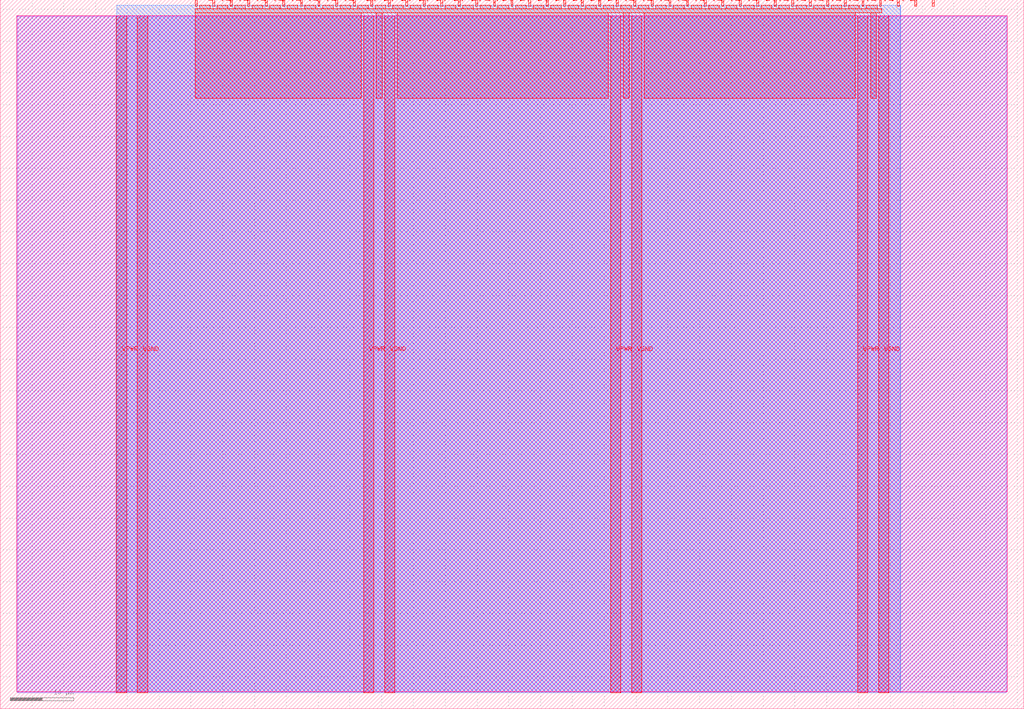
<source format=lef>
VERSION 5.7 ;
  NOWIREEXTENSIONATPIN ON ;
  DIVIDERCHAR "/" ;
  BUSBITCHARS "[]" ;
MACRO tt_um_wokwi_413923202390383617
  CLASS BLOCK ;
  FOREIGN tt_um_wokwi_413923202390383617 ;
  ORIGIN 0.000 0.000 ;
  SIZE 161.000 BY 111.520 ;
  PIN VGND
    DIRECTION INOUT ;
    USE GROUND ;
    PORT
      LAYER met4 ;
        RECT 21.580 2.480 23.180 109.040 ;
    END
    PORT
      LAYER met4 ;
        RECT 60.450 2.480 62.050 109.040 ;
    END
    PORT
      LAYER met4 ;
        RECT 99.320 2.480 100.920 109.040 ;
    END
    PORT
      LAYER met4 ;
        RECT 138.190 2.480 139.790 109.040 ;
    END
  END VGND
  PIN VPWR
    DIRECTION INOUT ;
    USE POWER ;
    PORT
      LAYER met4 ;
        RECT 18.280 2.480 19.880 109.040 ;
    END
    PORT
      LAYER met4 ;
        RECT 57.150 2.480 58.750 109.040 ;
    END
    PORT
      LAYER met4 ;
        RECT 96.020 2.480 97.620 109.040 ;
    END
    PORT
      LAYER met4 ;
        RECT 134.890 2.480 136.490 109.040 ;
    END
  END VPWR
  PIN clk
    DIRECTION INPUT ;
    USE SIGNAL ;
    PORT
      LAYER met4 ;
        RECT 143.830 110.520 144.130 111.520 ;
    END
  END clk
  PIN ena
    DIRECTION INPUT ;
    USE SIGNAL ;
    PORT
      LAYER met4 ;
        RECT 146.590 110.520 146.890 111.520 ;
    END
  END ena
  PIN rst_n
    DIRECTION INPUT ;
    USE SIGNAL ;
    PORT
      LAYER met4 ;
        RECT 141.070 110.520 141.370 111.520 ;
    END
  END rst_n
  PIN ui_in[0]
    DIRECTION INPUT ;
    USE SIGNAL ;
    ANTENNAGATEAREA 0.196500 ;
    PORT
      LAYER met4 ;
        RECT 138.310 110.520 138.610 111.520 ;
    END
  END ui_in[0]
  PIN ui_in[1]
    DIRECTION INPUT ;
    USE SIGNAL ;
    ANTENNAGATEAREA 0.196500 ;
    PORT
      LAYER met4 ;
        RECT 135.550 110.520 135.850 111.520 ;
    END
  END ui_in[1]
  PIN ui_in[2]
    DIRECTION INPUT ;
    USE SIGNAL ;
    ANTENNAGATEAREA 0.196500 ;
    PORT
      LAYER met4 ;
        RECT 132.790 110.520 133.090 111.520 ;
    END
  END ui_in[2]
  PIN ui_in[3]
    DIRECTION INPUT ;
    USE SIGNAL ;
    ANTENNAGATEAREA 0.196500 ;
    PORT
      LAYER met4 ;
        RECT 130.030 110.520 130.330 111.520 ;
    END
  END ui_in[3]
  PIN ui_in[4]
    DIRECTION INPUT ;
    USE SIGNAL ;
    ANTENNAGATEAREA 0.196500 ;
    PORT
      LAYER met4 ;
        RECT 127.270 110.520 127.570 111.520 ;
    END
  END ui_in[4]
  PIN ui_in[5]
    DIRECTION INPUT ;
    USE SIGNAL ;
    ANTENNAGATEAREA 0.196500 ;
    PORT
      LAYER met4 ;
        RECT 124.510 110.520 124.810 111.520 ;
    END
  END ui_in[5]
  PIN ui_in[6]
    DIRECTION INPUT ;
    USE SIGNAL ;
    ANTENNAGATEAREA 0.196500 ;
    PORT
      LAYER met4 ;
        RECT 121.750 110.520 122.050 111.520 ;
    END
  END ui_in[6]
  PIN ui_in[7]
    DIRECTION INPUT ;
    USE SIGNAL ;
    ANTENNAGATEAREA 0.196500 ;
    PORT
      LAYER met4 ;
        RECT 118.990 110.520 119.290 111.520 ;
    END
  END ui_in[7]
  PIN uio_in[0]
    DIRECTION INPUT ;
    USE SIGNAL ;
    PORT
      LAYER met4 ;
        RECT 116.230 110.520 116.530 111.520 ;
    END
  END uio_in[0]
  PIN uio_in[1]
    DIRECTION INPUT ;
    USE SIGNAL ;
    PORT
      LAYER met4 ;
        RECT 113.470 110.520 113.770 111.520 ;
    END
  END uio_in[1]
  PIN uio_in[2]
    DIRECTION INPUT ;
    USE SIGNAL ;
    PORT
      LAYER met4 ;
        RECT 110.710 110.520 111.010 111.520 ;
    END
  END uio_in[2]
  PIN uio_in[3]
    DIRECTION INPUT ;
    USE SIGNAL ;
    PORT
      LAYER met4 ;
        RECT 107.950 110.520 108.250 111.520 ;
    END
  END uio_in[3]
  PIN uio_in[4]
    DIRECTION INPUT ;
    USE SIGNAL ;
    PORT
      LAYER met4 ;
        RECT 105.190 110.520 105.490 111.520 ;
    END
  END uio_in[4]
  PIN uio_in[5]
    DIRECTION INPUT ;
    USE SIGNAL ;
    PORT
      LAYER met4 ;
        RECT 102.430 110.520 102.730 111.520 ;
    END
  END uio_in[5]
  PIN uio_in[6]
    DIRECTION INPUT ;
    USE SIGNAL ;
    PORT
      LAYER met4 ;
        RECT 99.670 110.520 99.970 111.520 ;
    END
  END uio_in[6]
  PIN uio_in[7]
    DIRECTION INPUT ;
    USE SIGNAL ;
    PORT
      LAYER met4 ;
        RECT 96.910 110.520 97.210 111.520 ;
    END
  END uio_in[7]
  PIN uio_oe[0]
    DIRECTION OUTPUT ;
    USE SIGNAL ;
    PORT
      LAYER met4 ;
        RECT 49.990 110.520 50.290 111.520 ;
    END
  END uio_oe[0]
  PIN uio_oe[1]
    DIRECTION OUTPUT ;
    USE SIGNAL ;
    PORT
      LAYER met4 ;
        RECT 47.230 110.520 47.530 111.520 ;
    END
  END uio_oe[1]
  PIN uio_oe[2]
    DIRECTION OUTPUT ;
    USE SIGNAL ;
    PORT
      LAYER met4 ;
        RECT 44.470 110.520 44.770 111.520 ;
    END
  END uio_oe[2]
  PIN uio_oe[3]
    DIRECTION OUTPUT ;
    USE SIGNAL ;
    PORT
      LAYER met4 ;
        RECT 41.710 110.520 42.010 111.520 ;
    END
  END uio_oe[3]
  PIN uio_oe[4]
    DIRECTION OUTPUT ;
    USE SIGNAL ;
    PORT
      LAYER met4 ;
        RECT 38.950 110.520 39.250 111.520 ;
    END
  END uio_oe[4]
  PIN uio_oe[5]
    DIRECTION OUTPUT ;
    USE SIGNAL ;
    PORT
      LAYER met4 ;
        RECT 36.190 110.520 36.490 111.520 ;
    END
  END uio_oe[5]
  PIN uio_oe[6]
    DIRECTION OUTPUT ;
    USE SIGNAL ;
    PORT
      LAYER met4 ;
        RECT 33.430 110.520 33.730 111.520 ;
    END
  END uio_oe[6]
  PIN uio_oe[7]
    DIRECTION OUTPUT ;
    USE SIGNAL ;
    PORT
      LAYER met4 ;
        RECT 30.670 110.520 30.970 111.520 ;
    END
  END uio_oe[7]
  PIN uio_out[0]
    DIRECTION OUTPUT ;
    USE SIGNAL ;
    PORT
      LAYER met4 ;
        RECT 72.070 110.520 72.370 111.520 ;
    END
  END uio_out[0]
  PIN uio_out[1]
    DIRECTION OUTPUT ;
    USE SIGNAL ;
    PORT
      LAYER met4 ;
        RECT 69.310 110.520 69.610 111.520 ;
    END
  END uio_out[1]
  PIN uio_out[2]
    DIRECTION OUTPUT ;
    USE SIGNAL ;
    PORT
      LAYER met4 ;
        RECT 66.550 110.520 66.850 111.520 ;
    END
  END uio_out[2]
  PIN uio_out[3]
    DIRECTION OUTPUT ;
    USE SIGNAL ;
    PORT
      LAYER met4 ;
        RECT 63.790 110.520 64.090 111.520 ;
    END
  END uio_out[3]
  PIN uio_out[4]
    DIRECTION OUTPUT ;
    USE SIGNAL ;
    PORT
      LAYER met4 ;
        RECT 61.030 110.520 61.330 111.520 ;
    END
  END uio_out[4]
  PIN uio_out[5]
    DIRECTION OUTPUT ;
    USE SIGNAL ;
    PORT
      LAYER met4 ;
        RECT 58.270 110.520 58.570 111.520 ;
    END
  END uio_out[5]
  PIN uio_out[6]
    DIRECTION OUTPUT ;
    USE SIGNAL ;
    PORT
      LAYER met4 ;
        RECT 55.510 110.520 55.810 111.520 ;
    END
  END uio_out[6]
  PIN uio_out[7]
    DIRECTION OUTPUT ;
    USE SIGNAL ;
    PORT
      LAYER met4 ;
        RECT 52.750 110.520 53.050 111.520 ;
    END
  END uio_out[7]
  PIN uo_out[0]
    DIRECTION OUTPUT ;
    USE SIGNAL ;
    ANTENNADIFFAREA 0.795200 ;
    PORT
      LAYER met4 ;
        RECT 94.150 110.520 94.450 111.520 ;
    END
  END uo_out[0]
  PIN uo_out[1]
    DIRECTION OUTPUT ;
    USE SIGNAL ;
    PORT
      LAYER met4 ;
        RECT 91.390 110.520 91.690 111.520 ;
    END
  END uo_out[1]
  PIN uo_out[2]
    DIRECTION OUTPUT ;
    USE SIGNAL ;
    PORT
      LAYER met4 ;
        RECT 88.630 110.520 88.930 111.520 ;
    END
  END uo_out[2]
  PIN uo_out[3]
    DIRECTION OUTPUT ;
    USE SIGNAL ;
    PORT
      LAYER met4 ;
        RECT 85.870 110.520 86.170 111.520 ;
    END
  END uo_out[3]
  PIN uo_out[4]
    DIRECTION OUTPUT ;
    USE SIGNAL ;
    PORT
      LAYER met4 ;
        RECT 83.110 110.520 83.410 111.520 ;
    END
  END uo_out[4]
  PIN uo_out[5]
    DIRECTION OUTPUT ;
    USE SIGNAL ;
    PORT
      LAYER met4 ;
        RECT 80.350 110.520 80.650 111.520 ;
    END
  END uo_out[5]
  PIN uo_out[6]
    DIRECTION OUTPUT ;
    USE SIGNAL ;
    PORT
      LAYER met4 ;
        RECT 77.590 110.520 77.890 111.520 ;
    END
  END uo_out[6]
  PIN uo_out[7]
    DIRECTION OUTPUT ;
    USE SIGNAL ;
    PORT
      LAYER met4 ;
        RECT 74.830 110.520 75.130 111.520 ;
    END
  END uo_out[7]
  OBS
      LAYER nwell ;
        RECT 2.570 2.635 158.430 108.990 ;
      LAYER li1 ;
        RECT 2.760 2.635 158.240 108.885 ;
      LAYER met1 ;
        RECT 2.760 2.480 158.240 109.040 ;
      LAYER met2 ;
        RECT 18.310 2.535 141.590 110.685 ;
      LAYER met3 ;
        RECT 18.290 2.555 141.615 110.665 ;
      LAYER met4 ;
        RECT 31.370 110.120 33.030 110.665 ;
        RECT 34.130 110.120 35.790 110.665 ;
        RECT 36.890 110.120 38.550 110.665 ;
        RECT 39.650 110.120 41.310 110.665 ;
        RECT 42.410 110.120 44.070 110.665 ;
        RECT 45.170 110.120 46.830 110.665 ;
        RECT 47.930 110.120 49.590 110.665 ;
        RECT 50.690 110.120 52.350 110.665 ;
        RECT 53.450 110.120 55.110 110.665 ;
        RECT 56.210 110.120 57.870 110.665 ;
        RECT 58.970 110.120 60.630 110.665 ;
        RECT 61.730 110.120 63.390 110.665 ;
        RECT 64.490 110.120 66.150 110.665 ;
        RECT 67.250 110.120 68.910 110.665 ;
        RECT 70.010 110.120 71.670 110.665 ;
        RECT 72.770 110.120 74.430 110.665 ;
        RECT 75.530 110.120 77.190 110.665 ;
        RECT 78.290 110.120 79.950 110.665 ;
        RECT 81.050 110.120 82.710 110.665 ;
        RECT 83.810 110.120 85.470 110.665 ;
        RECT 86.570 110.120 88.230 110.665 ;
        RECT 89.330 110.120 90.990 110.665 ;
        RECT 92.090 110.120 93.750 110.665 ;
        RECT 94.850 110.120 96.510 110.665 ;
        RECT 97.610 110.120 99.270 110.665 ;
        RECT 100.370 110.120 102.030 110.665 ;
        RECT 103.130 110.120 104.790 110.665 ;
        RECT 105.890 110.120 107.550 110.665 ;
        RECT 108.650 110.120 110.310 110.665 ;
        RECT 111.410 110.120 113.070 110.665 ;
        RECT 114.170 110.120 115.830 110.665 ;
        RECT 116.930 110.120 118.590 110.665 ;
        RECT 119.690 110.120 121.350 110.665 ;
        RECT 122.450 110.120 124.110 110.665 ;
        RECT 125.210 110.120 126.870 110.665 ;
        RECT 127.970 110.120 129.630 110.665 ;
        RECT 130.730 110.120 132.390 110.665 ;
        RECT 133.490 110.120 135.150 110.665 ;
        RECT 136.250 110.120 137.910 110.665 ;
        RECT 30.655 109.440 138.625 110.120 ;
        RECT 30.655 96.055 56.750 109.440 ;
        RECT 59.150 96.055 60.050 109.440 ;
        RECT 62.450 96.055 95.620 109.440 ;
        RECT 98.020 96.055 98.920 109.440 ;
        RECT 101.320 96.055 134.490 109.440 ;
        RECT 136.890 96.055 137.790 109.440 ;
  END
END tt_um_wokwi_413923202390383617
END LIBRARY


</source>
